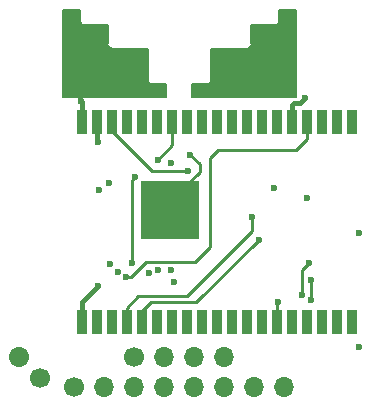
<source format=gbl>
G04 #@! TF.GenerationSoftware,KiCad,Pcbnew,5.0.2+dfsg1-1*
G04 #@! TF.CreationDate,2020-07-05T13:54:42+02:00*
G04 #@! TF.ProjectId,edgedriver,65646765-6472-4697-9665-722e6b696361,rev?*
G04 #@! TF.SameCoordinates,Original*
G04 #@! TF.FileFunction,Copper,L4,Bot*
G04 #@! TF.FilePolarity,Positive*
%FSLAX46Y46*%
G04 Gerber Fmt 4.6, Leading zero omitted, Abs format (unit mm)*
G04 Created by KiCad (PCBNEW 5.0.2+dfsg1-1) date Sun Jul  5 13:54:42 2020*
%MOMM*%
%LPD*%
G01*
G04 APERTURE LIST*
G04 #@! TA.AperFunction,SMDPad,CuDef*
%ADD10R,0.900000X2.000000*%
G04 #@! TD*
G04 #@! TA.AperFunction,SMDPad,CuDef*
%ADD11R,5.000000X5.000000*%
G04 #@! TD*
G04 #@! TA.AperFunction,ComponentPad*
%ADD12C,1.700000*%
G04 #@! TD*
G04 #@! TA.AperFunction,Conductor*
%ADD13C,1.700000*%
G04 #@! TD*
G04 #@! TA.AperFunction,ComponentPad*
%ADD14O,1.700000X1.700000*%
G04 #@! TD*
G04 #@! TA.AperFunction,ViaPad*
%ADD15C,0.600000*%
G04 #@! TD*
G04 #@! TA.AperFunction,Conductor*
%ADD16C,0.250000*%
G04 #@! TD*
G04 #@! TA.AperFunction,Conductor*
%ADD17C,0.400000*%
G04 #@! TD*
G04 #@! TA.AperFunction,Conductor*
%ADD18C,0.200000*%
G04 #@! TD*
G04 APERTURE END LIST*
D10*
G04 #@! TO.P,U1,1*
G04 #@! TO.N,GND*
X-8260000Y22500000D03*
G04 #@! TO.P,U1,2*
G04 #@! TO.N,3V3*
X-6990000Y22500000D03*
G04 #@! TO.P,U1,3*
G04 #@! TO.N,ESPEN*
X-5720000Y22500000D03*
G04 #@! TO.P,U1,4*
G04 #@! TO.N,Net-(U1-Pad4)*
X-4450000Y22500000D03*
G04 #@! TO.P,U1,5*
G04 #@! TO.N,Net-(U1-Pad5)*
X-3180000Y22500000D03*
G04 #@! TO.P,U1,6*
G04 #@! TO.N,Net-(U1-Pad6)*
X-1910000Y22500000D03*
G04 #@! TO.P,U1,7*
G04 #@! TO.N,STMTX*
X-640000Y22500000D03*
G04 #@! TO.P,U1,8*
G04 #@! TO.N,Net-(U1-Pad8)*
X630000Y22500000D03*
G04 #@! TO.P,U1,9*
G04 #@! TO.N,Net-(U1-Pad9)*
X1900000Y22500000D03*
G04 #@! TO.P,U1,10*
G04 #@! TO.N,Net-(U1-Pad10)*
X3170000Y22500000D03*
G04 #@! TO.P,U1,11*
G04 #@! TO.N,Net-(U1-Pad11)*
X4440000Y22500000D03*
G04 #@! TO.P,U1,12*
G04 #@! TO.N,Net-(U1-Pad12)*
X5710000Y22500000D03*
G04 #@! TO.P,U1,13*
G04 #@! TO.N,Net-(U1-Pad13)*
X6980000Y22500000D03*
G04 #@! TO.P,U1,14*
G04 #@! TO.N,Net-(U1-Pad14)*
X8250000Y22500000D03*
G04 #@! TO.P,U1,15*
G04 #@! TO.N,GND*
X9520000Y22500000D03*
G04 #@! TO.P,U1,16*
G04 #@! TO.N,STMRX*
X10790000Y22500000D03*
G04 #@! TO.P,U1,17*
G04 #@! TO.N,Net-(U1-Pad17)*
X12060000Y22500000D03*
G04 #@! TO.P,U1,18*
G04 #@! TO.N,Net-(U1-Pad18)*
X13330000Y22500000D03*
G04 #@! TO.P,U1,19*
G04 #@! TO.N,Net-(U1-Pad19)*
X14600000Y22500000D03*
G04 #@! TO.P,U1,20*
G04 #@! TO.N,Net-(U1-Pad20)*
X14600000Y5500000D03*
G04 #@! TO.P,U1,21*
G04 #@! TO.N,Net-(U1-Pad21)*
X13330000Y5500000D03*
G04 #@! TO.P,U1,22*
G04 #@! TO.N,Net-(U1-Pad22)*
X12060000Y5500000D03*
G04 #@! TO.P,U1,23*
G04 #@! TO.N,Net-(U1-Pad23)*
X10790000Y5500000D03*
G04 #@! TO.P,U1,24*
G04 #@! TO.N,Net-(U1-Pad24)*
X9520000Y5500000D03*
G04 #@! TO.P,U1,25*
G04 #@! TO.N,ESPRST*
X8250000Y5500000D03*
G04 #@! TO.P,U1,26*
G04 #@! TO.N,Net-(U1-Pad26)*
X6980000Y5500000D03*
G04 #@! TO.P,U1,27*
G04 #@! TO.N,Net-(U1-Pad27)*
X5710000Y5500000D03*
G04 #@! TO.P,U1,28*
G04 #@! TO.N,Net-(U1-Pad28)*
X4440000Y5500000D03*
G04 #@! TO.P,U1,29*
G04 #@! TO.N,Net-(U1-Pad29)*
X3170000Y5500000D03*
G04 #@! TO.P,U1,30*
G04 #@! TO.N,Net-(U1-Pad30)*
X1900000Y5500000D03*
G04 #@! TO.P,U1,31*
G04 #@! TO.N,Net-(U1-Pad31)*
X630000Y5500000D03*
G04 #@! TO.P,U1,32*
G04 #@! TO.N,Net-(U1-Pad32)*
X-640000Y5500000D03*
G04 #@! TO.P,U1,33*
G04 #@! TO.N,Net-(U1-Pad33)*
X-1910000Y5500000D03*
G04 #@! TO.P,U1,34*
G04 #@! TO.N,ESPRX*
X-3180000Y5500000D03*
G04 #@! TO.P,U1,35*
G04 #@! TO.N,ESPTX*
X-4450000Y5500000D03*
G04 #@! TO.P,U1,36*
G04 #@! TO.N,Net-(U1-Pad36)*
X-5720000Y5500000D03*
G04 #@! TO.P,U1,37*
G04 #@! TO.N,Net-(U1-Pad37)*
X-6990000Y5500000D03*
G04 #@! TO.P,U1,38*
G04 #@! TO.N,GND*
X-8260000Y5500000D03*
D11*
G04 #@! TO.P,U1,39*
X-760000Y15000000D03*
G04 #@! TD*
D12*
G04 #@! TO.P,J4,1*
G04 #@! TO.N,SWDIO*
X-11800000Y800000D03*
G04 #@! TO.P,J4,2*
G04 #@! TO.N,SWDCLK*
X-13596051Y2596051D03*
D13*
G04 #@! TD*
G04 #@! TO.N,SWDCLK*
G04 #@! TO.C,J4*
X-13596051Y2596051D02*
X-13596051Y2596051D01*
D12*
G04 #@! TO.P,J3,1*
G04 #@! TO.N,Net-(J3-Pad1)*
X-3810000Y2540000D03*
D14*
G04 #@! TO.P,J3,2*
G04 #@! TO.N,Net-(J3-Pad2)*
X-1270000Y2540000D03*
G04 #@! TO.P,J3,3*
G04 #@! TO.N,Net-(J3-Pad3)*
X1270000Y2540000D03*
G04 #@! TO.P,J3,4*
G04 #@! TO.N,Net-(J3-Pad4)*
X3810000Y2540000D03*
G04 #@! TD*
D12*
G04 #@! TO.P,J1,1*
G04 #@! TO.N,GND*
X-8890000Y0D03*
D14*
G04 #@! TO.P,J1,2*
X-6350000Y0D03*
G04 #@! TO.P,J1,3*
G04 #@! TO.N,Net-(J1-Pad3)*
X-3810000Y0D03*
G04 #@! TO.P,J1,4*
G04 #@! TO.N,Net-(J1-Pad4)*
X-1270000Y0D03*
G04 #@! TO.P,J1,5*
G04 #@! TO.N,Net-(J1-Pad5)*
X1270000Y0D03*
G04 #@! TO.P,J1,6*
G04 #@! TO.N,Net-(J1-Pad6)*
X3810000Y0D03*
G04 #@! TO.P,J1,7*
G04 #@! TO.N,+5V*
X6350000Y0D03*
G04 #@! TO.P,J1,8*
X8890000Y0D03*
G04 #@! TD*
D15*
G04 #@! TO.N,GND*
X-2600000Y9700000D03*
X15200000Y13100000D03*
X15200000Y3400000D03*
X-4000000Y26000000D03*
X-5500000Y26000000D03*
X-7000000Y26000000D03*
X-7000000Y27500000D03*
X-5500000Y27500000D03*
X-4000000Y27500000D03*
X-7000000Y29000000D03*
X-8500000Y27500000D03*
X-8500000Y26000000D03*
X-8500000Y29000000D03*
X-8300000Y24200000D03*
X-6800000Y16700000D03*
X-6900000Y8600000D03*
X900000Y19700000D03*
X-700000Y19000000D03*
X10600000Y24500000D03*
X8000000Y16900000D03*
X10774990Y16000000D03*
G04 #@! TO.N,Net-(C1-Pad1)*
X10400000Y7800000D03*
X11000000Y10500000D03*
G04 #@! TO.N,+5V*
X8500000Y27500000D03*
X7000000Y27500000D03*
X8500000Y26000000D03*
X7000000Y29000000D03*
X7000000Y26000000D03*
X8500000Y29000000D03*
X-5975000Y17300000D03*
X4000000Y26000000D03*
X5500000Y27500000D03*
X5500000Y26000000D03*
X4000000Y27500000D03*
G04 #@! TO.N,3V3*
X-6900000Y20800000D03*
G04 #@! TO.N,ESPEN*
X700000Y18300000D03*
G04 #@! TO.N,Net-(J3-Pad1)*
X-1800000Y9900000D03*
G04 #@! TO.N,Net-(J3-Pad2)*
X-700000Y9900000D03*
G04 #@! TO.N,Net-(J3-Pad3)*
X-500000Y8900000D03*
G04 #@! TO.N,ESPRST*
X8300000Y7200000D03*
G04 #@! TO.N,ESPRX*
X6700000Y12500000D03*
G04 #@! TO.N,ESPTX*
X6100000Y14400000D03*
G04 #@! TO.N,STMTX*
X-4000000Y10500000D03*
X-3760000Y17800000D03*
X-1860000Y19280000D03*
G04 #@! TO.N,STMRX*
X-4500000Y9300000D03*
G04 #@! TO.N,SWDIO*
X-5200000Y9800000D03*
G04 #@! TO.N,SWDCLK*
X-5900000Y10400000D03*
G04 #@! TO.N,Net-(J2-Pad2)*
X11100000Y9100000D03*
X11100000Y7400000D03*
G04 #@! TD*
D16*
G04 #@! TO.N,GND*
X-8260000Y5500000D02*
X-8260000Y6240000D01*
D17*
X-8260000Y22500000D02*
X-8260000Y24160000D01*
X-8260000Y24160000D02*
X-8300000Y24200000D01*
X-8260000Y7240000D02*
X-6900000Y8600000D01*
X-8260000Y7240000D02*
X-8260000Y5500000D01*
D16*
X-760000Y15740000D02*
X-760000Y15000000D01*
X1700000Y18200000D02*
X-760000Y15740000D01*
X1700000Y18900000D02*
X1700000Y18200000D01*
X900000Y19700000D02*
X1700000Y18900000D01*
D17*
X9520000Y22500000D02*
X9520000Y23920000D01*
X10200000Y24100000D02*
X10600000Y24500000D01*
X9700000Y24100000D02*
X10200000Y24100000D01*
X9520000Y23920000D02*
X9700000Y24100000D01*
D16*
G04 #@! TO.N,Net-(C1-Pad1)*
X10400000Y7800000D02*
X10400000Y9900000D01*
X10400000Y9900000D02*
X11000000Y10500000D01*
D17*
G04 #@! TO.N,3V3*
X-6990000Y22500000D02*
X-6990000Y20890000D01*
X-6990000Y20890000D02*
X-6900000Y20800000D01*
D16*
G04 #@! TO.N,ESPEN*
X-5720000Y22500000D02*
X-5720000Y21720000D01*
X-2300000Y18300000D02*
X700000Y18300000D01*
X-5720000Y21720000D02*
X-2300000Y18300000D01*
G04 #@! TO.N,ESPRST*
X8250000Y5500000D02*
X8250000Y7150000D01*
X8300000Y7200000D02*
X8250000Y7150000D01*
G04 #@! TO.N,ESPRX*
X-3180000Y5500000D02*
X-3180000Y6420000D01*
X-3180000Y6420000D02*
X-2400000Y7200000D01*
X1400000Y7200000D02*
X-2400000Y7200000D01*
X6700000Y12500000D02*
X1400000Y7200000D01*
X-2400000Y7200000D02*
X-3180000Y6420000D01*
X-3180000Y6420000D02*
X-3180000Y5500000D01*
G04 #@! TO.N,ESPTX*
X600000Y7700000D02*
X-3500000Y7700000D01*
X-3500000Y7700000D02*
X-4450000Y6750000D01*
X-4450000Y6750000D02*
X-4450000Y5500000D01*
X6100000Y13200000D02*
X600000Y7700000D01*
X6100000Y14400000D02*
X6100000Y13200000D01*
G04 #@! TO.N,STMTX*
X-4000000Y17560000D02*
X-4000000Y10500000D01*
X-4000000Y17560000D02*
X-3760000Y17800000D01*
X-640000Y22500000D02*
X-640000Y20500000D01*
X-640000Y20500000D02*
X-1860000Y19280000D01*
G04 #@! TO.N,STMRX*
X1300000Y10600000D02*
X-2800000Y10600000D01*
X-4100000Y9300000D02*
X-2800000Y10600000D01*
X-4500000Y9300000D02*
X-4100000Y9300000D01*
X2600000Y11900000D02*
X1300000Y10600000D01*
X2600000Y11900000D02*
X2600000Y19400000D01*
X10790000Y20990000D02*
X10790000Y22500000D01*
X9900000Y20100000D02*
X10790000Y20990000D01*
X3300000Y20100000D02*
X9900000Y20100000D01*
X2600000Y19400000D02*
X3300000Y20100000D01*
G04 #@! TO.N,Net-(J2-Pad2)*
X11100000Y7400000D02*
X11100000Y9100000D01*
G04 #@! TD*
D18*
G04 #@! TO.N,GND*
G36*
X-8441449Y31143382D02*
X-8450096Y31099910D01*
X-8415837Y30927676D01*
X-8343289Y30819101D01*
X-8318274Y30781664D01*
X-8172262Y30684101D01*
X-8000028Y30649842D01*
X-7956556Y30658489D01*
X-6091204Y30658489D01*
X-6091205Y29143506D01*
X-6099852Y29100034D01*
X-6065593Y28927800D01*
X-5968030Y28781788D01*
X-5822018Y28684225D01*
X-5649784Y28649966D01*
X-5606312Y28658613D01*
X-2691412Y28658613D01*
X-2691413Y26143170D01*
X-2700060Y26099698D01*
X-2665801Y25927464D01*
X-2568238Y25781452D01*
X-2422226Y25683889D01*
X-2249992Y25649630D01*
X-2206520Y25658277D01*
X-1100000Y25658277D01*
X-1100000Y24600000D01*
X-9900000Y24600000D01*
X-9900000Y31900000D01*
X-8441449Y31900000D01*
X-8441449Y31143382D01*
X-8441449Y31143382D01*
G37*
X-8441449Y31143382D02*
X-8450096Y31099910D01*
X-8415837Y30927676D01*
X-8343289Y30819101D01*
X-8318274Y30781664D01*
X-8172262Y30684101D01*
X-8000028Y30649842D01*
X-7956556Y30658489D01*
X-6091204Y30658489D01*
X-6091205Y29143506D01*
X-6099852Y29100034D01*
X-6065593Y28927800D01*
X-5968030Y28781788D01*
X-5822018Y28684225D01*
X-5649784Y28649966D01*
X-5606312Y28658613D01*
X-2691412Y28658613D01*
X-2691413Y26143170D01*
X-2700060Y26099698D01*
X-2665801Y25927464D01*
X-2568238Y25781452D01*
X-2422226Y25683889D01*
X-2249992Y25649630D01*
X-2206520Y25658277D01*
X-1100000Y25658277D01*
X-1100000Y24600000D01*
X-9900000Y24600000D01*
X-9900000Y31900000D01*
X-8441449Y31900000D01*
X-8441449Y31143382D01*
G04 #@! TO.N,+5V*
G36*
X9900000Y24600000D02*
X9749240Y24600000D01*
X9699999Y24609795D01*
X9650758Y24600000D01*
X1100000Y24600000D01*
X1100000Y25658277D01*
X2206520Y25658277D01*
X2249992Y25649630D01*
X2293464Y25658277D01*
X2422226Y25683889D01*
X2568238Y25781452D01*
X2665801Y25927464D01*
X2700060Y26099698D01*
X2691413Y26143170D01*
X2691413Y28658613D01*
X5605795Y28658613D01*
X5649267Y28649966D01*
X5692739Y28658613D01*
X5821501Y28684225D01*
X5967513Y28781788D01*
X6065076Y28927800D01*
X6099335Y29100034D01*
X6090688Y29143506D01*
X6090688Y30658489D01*
X7956040Y30658489D01*
X7999512Y30649842D01*
X8042984Y30658489D01*
X8171746Y30684101D01*
X8317758Y30781664D01*
X8415321Y30927676D01*
X8449580Y31099910D01*
X8440933Y31143382D01*
X8440933Y31900000D01*
X9900000Y31900000D01*
X9900000Y24600000D01*
X9900000Y24600000D01*
G37*
X9900000Y24600000D02*
X9749240Y24600000D01*
X9699999Y24609795D01*
X9650758Y24600000D01*
X1100000Y24600000D01*
X1100000Y25658277D01*
X2206520Y25658277D01*
X2249992Y25649630D01*
X2293464Y25658277D01*
X2422226Y25683889D01*
X2568238Y25781452D01*
X2665801Y25927464D01*
X2700060Y26099698D01*
X2691413Y26143170D01*
X2691413Y28658613D01*
X5605795Y28658613D01*
X5649267Y28649966D01*
X5692739Y28658613D01*
X5821501Y28684225D01*
X5967513Y28781788D01*
X6065076Y28927800D01*
X6099335Y29100034D01*
X6090688Y29143506D01*
X6090688Y30658489D01*
X7956040Y30658489D01*
X7999512Y30649842D01*
X8042984Y30658489D01*
X8171746Y30684101D01*
X8317758Y30781664D01*
X8415321Y30927676D01*
X8449580Y31099910D01*
X8440933Y31143382D01*
X8440933Y31900000D01*
X9900000Y31900000D01*
X9900000Y24600000D01*
G04 #@! TD*
M02*

</source>
